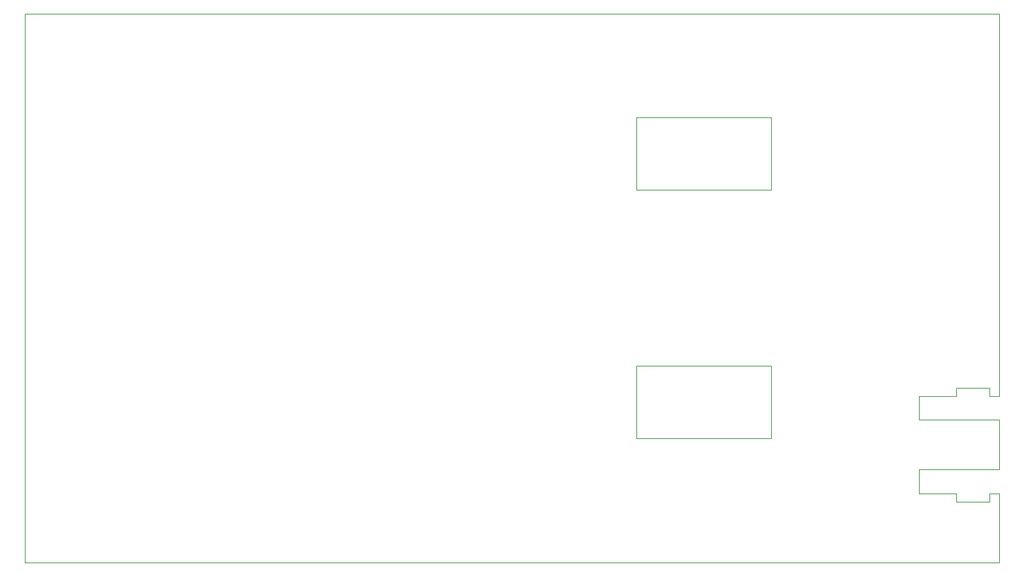
<source format=gbr>
%TF.GenerationSoftware,KiCad,Pcbnew,7.0.6*%
%TF.CreationDate,2023-08-02T21:58:42+08:00*%
%TF.ProjectId,Adapter,41646170-7465-4722-9e6b-696361645f70,rev?*%
%TF.SameCoordinates,Original*%
%TF.FileFunction,Profile,NP*%
%FSLAX46Y46*%
G04 Gerber Fmt 4.6, Leading zero omitted, Abs format (unit mm)*
G04 Created by KiCad (PCBNEW 7.0.6) date 2023-08-02 21:58:42*
%MOMM*%
%LPD*%
G01*
G04 APERTURE LIST*
%TA.AperFunction,Profile*%
%ADD10C,0.100000*%
%TD*%
G04 APERTURE END LIST*
D10*
X201041000Y-125984000D02*
X201041000Y-123063000D01*
X91440000Y-143510000D02*
X91440000Y-76200000D01*
X205613000Y-135001000D02*
X201041000Y-135001000D01*
X210820000Y-125984000D02*
X201041000Y-125984000D01*
X210820000Y-123063000D02*
X210820000Y-76200000D01*
X209677000Y-123063000D02*
X210820000Y-123063000D01*
X209677000Y-122047000D02*
X209677000Y-123063000D01*
X205613000Y-136017000D02*
X205613000Y-135001000D01*
X210820000Y-143510000D02*
X91440000Y-143510000D01*
X210820000Y-143510000D02*
X210820000Y-135001000D01*
X209677000Y-135001000D02*
X209677000Y-136017000D01*
X166370000Y-88900000D02*
X182880000Y-88900000D01*
X182880000Y-97790000D01*
X166370000Y-97790000D01*
X166370000Y-88900000D01*
X209677000Y-136017000D02*
X205613000Y-136017000D01*
X205613000Y-122047000D02*
X209677000Y-122047000D01*
X201041000Y-132080000D02*
X210820000Y-132080000D01*
X210820000Y-132080000D02*
X210820000Y-125984000D01*
X201041000Y-123063000D02*
X205613000Y-123063000D01*
X205613000Y-123063000D02*
X205613000Y-122047000D01*
X210820000Y-135001000D02*
X209677000Y-135001000D01*
X166370000Y-119380000D02*
X182880000Y-119380000D01*
X182880000Y-128270000D01*
X166370000Y-128270000D01*
X166370000Y-119380000D01*
X91440000Y-76200000D02*
X210820000Y-76200000D01*
X201041000Y-135001000D02*
X201041000Y-132080000D01*
M02*

</source>
